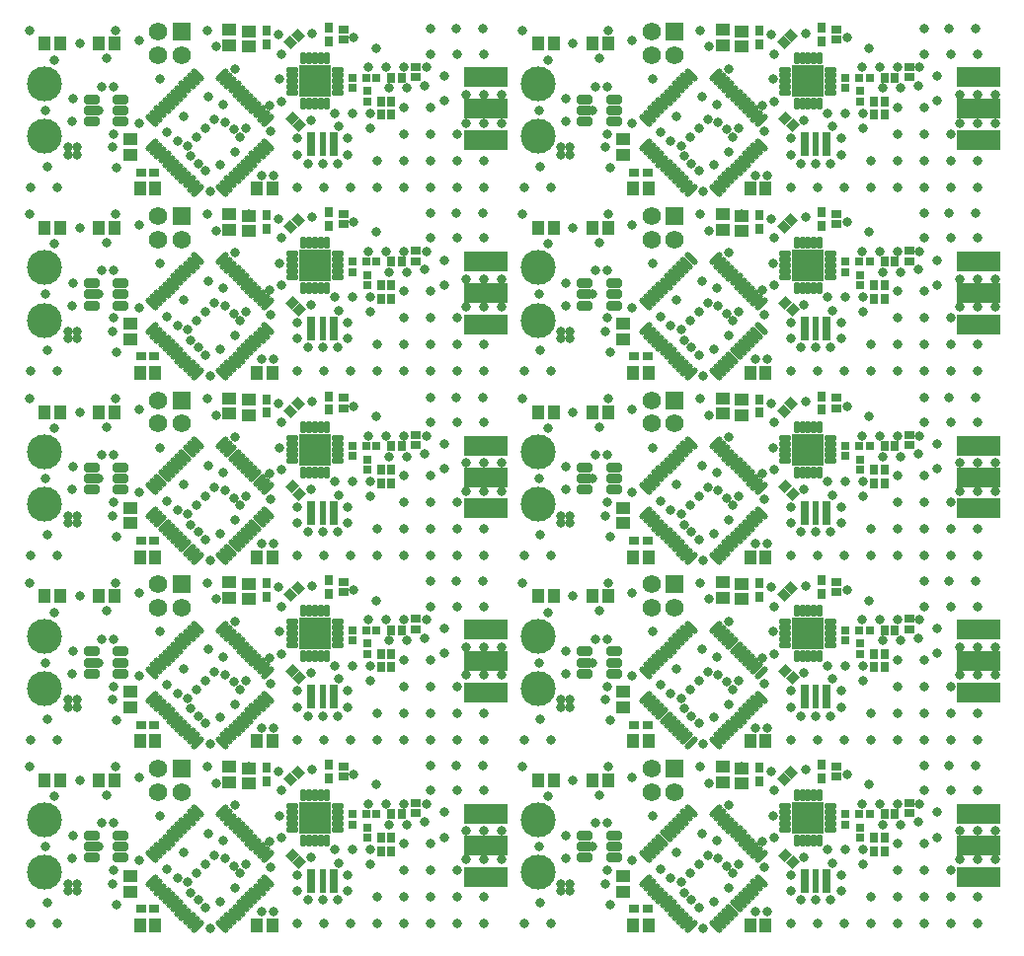
<source format=gts>
G04*
G04 #@! TF.GenerationSoftware,Altium Limited,Altium Designer,22.10.1 (41)*
G04*
G04 Layer_Color=8388736*
%FSTAX24Y24*%
%MOIN*%
G70*
G04*
G04 #@! TF.SameCoordinates,45835C21-10AE-4195-8F6B-2C948669ADBA*
G04*
G04*
G04 #@! TF.FilePolarity,Negative*
G04*
G01*
G75*
%ADD57R,0.1458X0.0671*%
G04:AMPARAMS|DCode=58|XSize=33.2mil|YSize=31.6mil|CornerRadius=0mil|HoleSize=0mil|Usage=FLASHONLY|Rotation=225.000|XOffset=0mil|YOffset=0mil|HoleType=Round|Shape=Rectangle|*
%AMROTATEDRECTD58*
4,1,4,0.0006,0.0229,0.0229,0.0006,-0.0006,-0.0229,-0.0229,-0.0006,0.0006,0.0229,0.0*
%
%ADD58ROTATEDRECTD58*%

G04:AMPARAMS|DCode=59|XSize=33.2mil|YSize=31.6mil|CornerRadius=0mil|HoleSize=0mil|Usage=FLASHONLY|Rotation=135.000|XOffset=0mil|YOffset=0mil|HoleType=Round|Shape=Rectangle|*
%AMROTATEDRECTD59*
4,1,4,0.0229,-0.0006,0.0006,-0.0229,-0.0229,0.0006,-0.0006,0.0229,0.0229,-0.0006,0.0*
%
%ADD59ROTATEDRECTD59*%

%ADD60R,0.0316X0.0332*%
%ADD61R,0.0332X0.0316*%
%ADD62R,0.0474X0.0434*%
%ADD63R,0.0434X0.0474*%
%ADD64R,0.0316X0.0277*%
%ADD65R,0.0277X0.0316*%
%ADD66R,0.0415X0.0454*%
%ADD67R,0.0375X0.0316*%
%ADD68R,0.0316X0.0375*%
%ADD69R,0.0454X0.0415*%
G04:AMPARAMS|DCode=70|XSize=55.6mil|YSize=31.2mil|CornerRadius=6.9mil|HoleSize=0mil|Usage=FLASHONLY|Rotation=0.000|XOffset=0mil|YOffset=0mil|HoleType=Round|Shape=RoundedRectangle|*
%AMROUNDEDRECTD70*
21,1,0.0556,0.0174,0,0,0.0*
21,1,0.0418,0.0312,0,0,0.0*
1,1,0.0138,0.0209,-0.0087*
1,1,0.0138,-0.0209,-0.0087*
1,1,0.0138,-0.0209,0.0087*
1,1,0.0138,0.0209,0.0087*
%
%ADD70ROUNDEDRECTD70*%
%ADD71R,0.0237X0.0828*%
%ADD72R,0.0316X0.0828*%
%ADD73R,0.1104X0.1104*%
G04:AMPARAMS|DCode=74|XSize=39.9mil|YSize=18.2mil|CornerRadius=5.3mil|HoleSize=0mil|Usage=FLASHONLY|Rotation=0.000|XOffset=0mil|YOffset=0mil|HoleType=Round|Shape=RoundedRectangle|*
%AMROUNDEDRECTD74*
21,1,0.0399,0.0077,0,0,0.0*
21,1,0.0293,0.0182,0,0,0.0*
1,1,0.0106,0.0147,-0.0038*
1,1,0.0106,-0.0147,-0.0038*
1,1,0.0106,-0.0147,0.0038*
1,1,0.0106,0.0147,0.0038*
%
%ADD74ROUNDEDRECTD74*%
G04:AMPARAMS|DCode=75|XSize=39.9mil|YSize=18.2mil|CornerRadius=5.3mil|HoleSize=0mil|Usage=FLASHONLY|Rotation=90.000|XOffset=0mil|YOffset=0mil|HoleType=Round|Shape=RoundedRectangle|*
%AMROUNDEDRECTD75*
21,1,0.0399,0.0077,0,0,90.0*
21,1,0.0293,0.0182,0,0,90.0*
1,1,0.0106,0.0038,0.0147*
1,1,0.0106,0.0038,-0.0147*
1,1,0.0106,-0.0038,-0.0147*
1,1,0.0106,-0.0038,0.0147*
%
%ADD75ROUNDEDRECTD75*%
G04:AMPARAMS|DCode=76|XSize=19.8mil|YSize=55.2mil|CornerRadius=0mil|HoleSize=0mil|Usage=FLASHONLY|Rotation=225.000|XOffset=0mil|YOffset=0mil|HoleType=Round|Shape=Round|*
%AMOVALD76*
21,1,0.0354,0.0198,0.0000,0.0000,315.0*
1,1,0.0198,-0.0125,0.0125*
1,1,0.0198,0.0125,-0.0125*
%
%ADD76OVALD76*%

G04:AMPARAMS|DCode=77|XSize=19.8mil|YSize=55.2mil|CornerRadius=0mil|HoleSize=0mil|Usage=FLASHONLY|Rotation=135.000|XOffset=0mil|YOffset=0mil|HoleType=Round|Shape=Round|*
%AMOVALD77*
21,1,0.0354,0.0198,0.0000,0.0000,225.0*
1,1,0.0198,0.0125,0.0125*
1,1,0.0198,-0.0125,-0.0125*
%
%ADD77OVALD77*%

%ADD78C,0.0615*%
%ADD79R,0.0615X0.0615*%
%ADD80C,0.1182*%
%ADD81C,0.0320*%
D57*
X033323Y016521D02*
D03*
Y017584D02*
D03*
Y015458D02*
D03*
X049976Y016521D02*
D03*
Y017584D02*
D03*
Y015458D02*
D03*
X033323Y022742D02*
D03*
Y023805D02*
D03*
Y021679D02*
D03*
X049976Y022742D02*
D03*
Y023805D02*
D03*
Y021679D02*
D03*
X033323Y028962D02*
D03*
Y030025D02*
D03*
Y027899D02*
D03*
X049976Y028962D02*
D03*
Y030025D02*
D03*
Y027899D02*
D03*
X033323Y035183D02*
D03*
Y036246D02*
D03*
Y03412D02*
D03*
X049976Y035183D02*
D03*
Y036246D02*
D03*
Y03412D02*
D03*
X033323Y041403D02*
D03*
Y042466D02*
D03*
Y04034D02*
D03*
X049976Y041403D02*
D03*
Y042466D02*
D03*
Y04034D02*
D03*
D58*
X027045Y015949D02*
D03*
X0268Y016194D02*
D03*
X043699Y015949D02*
D03*
X043454Y016194D02*
D03*
X027045Y022169D02*
D03*
X0268Y022414D02*
D03*
X043699Y022169D02*
D03*
X043454Y022414D02*
D03*
X027045Y02839D02*
D03*
X0268Y028635D02*
D03*
X043699Y02839D02*
D03*
X043454Y028635D02*
D03*
X027045Y03461D02*
D03*
X0268Y034855D02*
D03*
X043699Y03461D02*
D03*
X043454Y034855D02*
D03*
X027045Y040831D02*
D03*
X0268Y041076D02*
D03*
X043699Y040831D02*
D03*
X043454Y041076D02*
D03*
D59*
X02675Y018749D02*
D03*
X026995Y018994D02*
D03*
X043404Y018749D02*
D03*
X043649Y018994D02*
D03*
X02675Y024969D02*
D03*
X026995Y025214D02*
D03*
X043404Y024969D02*
D03*
X043649Y025214D02*
D03*
X02675Y03119D02*
D03*
X026995Y031435D02*
D03*
X043404Y03119D02*
D03*
X043649Y031435D02*
D03*
X02675Y03741D02*
D03*
X026995Y037655D02*
D03*
X043404Y03741D02*
D03*
X043649Y037655D02*
D03*
X02675Y043631D02*
D03*
X026995Y043876D02*
D03*
X043404Y043631D02*
D03*
X043649Y043876D02*
D03*
D60*
X0298Y016321D02*
D03*
X030146D02*
D03*
X0298Y016771D02*
D03*
X030146D02*
D03*
X030496Y017571D02*
D03*
X03015D02*
D03*
X046453Y016321D02*
D03*
X0468D02*
D03*
X046453Y016771D02*
D03*
X0468D02*
D03*
X04715Y017571D02*
D03*
X046803D02*
D03*
X0298Y022542D02*
D03*
X030146D02*
D03*
X0298Y022992D02*
D03*
X030146D02*
D03*
X030496Y023792D02*
D03*
X03015D02*
D03*
X046453Y022542D02*
D03*
X0468D02*
D03*
X046453Y022992D02*
D03*
X0468D02*
D03*
X04715Y023792D02*
D03*
X046803D02*
D03*
X0298Y028762D02*
D03*
X030146D02*
D03*
X0298Y029212D02*
D03*
X030146D02*
D03*
X030496Y030012D02*
D03*
X03015D02*
D03*
X046453Y028762D02*
D03*
X0468D02*
D03*
X046453Y029212D02*
D03*
X0468D02*
D03*
X04715Y030012D02*
D03*
X046803D02*
D03*
X0298Y034983D02*
D03*
X030146D02*
D03*
X0298Y035433D02*
D03*
X030146D02*
D03*
X030496Y036233D02*
D03*
X03015D02*
D03*
X046453Y034983D02*
D03*
X0468D02*
D03*
X046453Y035433D02*
D03*
X0468D02*
D03*
X04715Y036233D02*
D03*
X046803D02*
D03*
X0298Y041203D02*
D03*
X030146D02*
D03*
X0298Y041653D02*
D03*
X030146D02*
D03*
X030496Y042453D02*
D03*
X03015D02*
D03*
X046453Y041203D02*
D03*
X0468D02*
D03*
X046453Y041653D02*
D03*
X0468D02*
D03*
X04715Y042453D02*
D03*
X046803D02*
D03*
D61*
X030973Y017598D02*
D03*
Y017945D02*
D03*
X028523Y019195D02*
D03*
Y018848D02*
D03*
X047626Y017598D02*
D03*
Y017945D02*
D03*
X045176Y019195D02*
D03*
Y018848D02*
D03*
X030973Y023819D02*
D03*
Y024165D02*
D03*
X028523Y025415D02*
D03*
Y025069D02*
D03*
X047626Y023819D02*
D03*
Y024165D02*
D03*
X045176Y025415D02*
D03*
Y025069D02*
D03*
X030973Y030039D02*
D03*
Y030385D02*
D03*
X028523Y031635D02*
D03*
Y031289D02*
D03*
X047626Y030039D02*
D03*
Y030385D02*
D03*
X045176Y031635D02*
D03*
Y031289D02*
D03*
X030973Y03626D02*
D03*
Y036606D02*
D03*
X028523Y037856D02*
D03*
Y03751D02*
D03*
X047626Y03626D02*
D03*
Y036606D02*
D03*
X045176Y037856D02*
D03*
Y03751D02*
D03*
X030973Y04248D02*
D03*
Y042826D02*
D03*
X028523Y044076D02*
D03*
Y04373D02*
D03*
X047626Y04248D02*
D03*
Y042826D02*
D03*
X045176Y044076D02*
D03*
Y04373D02*
D03*
D62*
X021323Y014956D02*
D03*
Y015487D02*
D03*
X024673Y019187D02*
D03*
Y018656D02*
D03*
X037976Y014956D02*
D03*
Y015487D02*
D03*
X041326Y019187D02*
D03*
Y018656D02*
D03*
X021323Y021176D02*
D03*
Y021708D02*
D03*
X024673Y025408D02*
D03*
Y024876D02*
D03*
X037976Y021176D02*
D03*
Y021708D02*
D03*
X041326Y025408D02*
D03*
Y024876D02*
D03*
X021323Y027397D02*
D03*
Y027928D02*
D03*
X024673Y031628D02*
D03*
Y031097D02*
D03*
X037976Y027397D02*
D03*
Y027928D02*
D03*
X041326Y031628D02*
D03*
Y031097D02*
D03*
X021323Y033617D02*
D03*
Y034148D02*
D03*
X024673Y037848D02*
D03*
Y037317D02*
D03*
X037976Y033617D02*
D03*
Y034148D02*
D03*
X041326Y037848D02*
D03*
Y037317D02*
D03*
X021323Y039837D02*
D03*
Y040369D02*
D03*
X024673Y044069D02*
D03*
Y043537D02*
D03*
X037976Y039837D02*
D03*
Y040369D02*
D03*
X041326Y044069D02*
D03*
Y043537D02*
D03*
D63*
X022189Y013821D02*
D03*
X021657D02*
D03*
X020804Y018721D02*
D03*
X020273D02*
D03*
X018973D02*
D03*
X018441D02*
D03*
X038842Y013821D02*
D03*
X038311D02*
D03*
X037458Y018721D02*
D03*
X036926D02*
D03*
X035626D02*
D03*
X035095D02*
D03*
X022189Y020042D02*
D03*
X021657D02*
D03*
X020804Y024942D02*
D03*
X020273D02*
D03*
X018973D02*
D03*
X018441D02*
D03*
X038842Y020042D02*
D03*
X038311D02*
D03*
X037458Y024942D02*
D03*
X036926D02*
D03*
X035626D02*
D03*
X035095D02*
D03*
X022189Y026262D02*
D03*
X021657D02*
D03*
X020804Y031162D02*
D03*
X020273D02*
D03*
X018973D02*
D03*
X018441D02*
D03*
X038842Y026262D02*
D03*
X038311D02*
D03*
X037458Y031162D02*
D03*
X036926D02*
D03*
X035626D02*
D03*
X035095D02*
D03*
X022189Y032483D02*
D03*
X021657D02*
D03*
X020804Y037383D02*
D03*
X020273D02*
D03*
X018973D02*
D03*
X018441D02*
D03*
X038842Y032483D02*
D03*
X038311D02*
D03*
X037458Y037383D02*
D03*
X036926D02*
D03*
X035626D02*
D03*
X035095D02*
D03*
X022189Y038703D02*
D03*
X021657D02*
D03*
X020804Y043603D02*
D03*
X020273D02*
D03*
X018973D02*
D03*
X018441D02*
D03*
X038842Y038703D02*
D03*
X038311D02*
D03*
X037458Y043603D02*
D03*
X036926D02*
D03*
X035626D02*
D03*
X035095D02*
D03*
D64*
X029323Y017121D02*
D03*
Y016775D02*
D03*
X028823Y017225D02*
D03*
Y017571D02*
D03*
X045976Y017121D02*
D03*
Y016775D02*
D03*
X045476Y017225D02*
D03*
Y017571D02*
D03*
X029323Y023342D02*
D03*
Y022995D02*
D03*
X028823Y023445D02*
D03*
Y023792D02*
D03*
X045976Y023342D02*
D03*
Y022995D02*
D03*
X045476Y023445D02*
D03*
Y023792D02*
D03*
X029323Y029562D02*
D03*
Y029216D02*
D03*
X028823Y029666D02*
D03*
Y030012D02*
D03*
X045976Y029562D02*
D03*
Y029216D02*
D03*
X045476Y029666D02*
D03*
Y030012D02*
D03*
X029323Y035783D02*
D03*
Y035436D02*
D03*
X028823Y035886D02*
D03*
Y036233D02*
D03*
X045976Y035783D02*
D03*
Y035436D02*
D03*
X045476Y035886D02*
D03*
Y036233D02*
D03*
X029323Y042003D02*
D03*
Y041657D02*
D03*
X028823Y042107D02*
D03*
Y042453D02*
D03*
X045976Y042003D02*
D03*
Y041657D02*
D03*
X045476Y042107D02*
D03*
Y042453D02*
D03*
D65*
X029646Y017571D02*
D03*
X0293D02*
D03*
X0463D02*
D03*
X045953D02*
D03*
X029646Y023792D02*
D03*
X0293D02*
D03*
X0463D02*
D03*
X045953D02*
D03*
X029646Y030012D02*
D03*
X0293D02*
D03*
X0463D02*
D03*
X045953D02*
D03*
X029646Y036233D02*
D03*
X0293D02*
D03*
X0463D02*
D03*
X045953D02*
D03*
X029646Y042453D02*
D03*
X0293D02*
D03*
X0463D02*
D03*
X045953D02*
D03*
D66*
X026129Y013821D02*
D03*
X025617D02*
D03*
X042782D02*
D03*
X042271D02*
D03*
X026129Y020042D02*
D03*
X025617D02*
D03*
X042782D02*
D03*
X042271D02*
D03*
X026129Y026262D02*
D03*
X025617D02*
D03*
X042782D02*
D03*
X042271D02*
D03*
X026129Y032483D02*
D03*
X025617D02*
D03*
X042782D02*
D03*
X042271D02*
D03*
X026129Y038703D02*
D03*
X025617D02*
D03*
X042782D02*
D03*
X042271D02*
D03*
D67*
X022149Y014371D02*
D03*
X021697D02*
D03*
X038803D02*
D03*
X03835D02*
D03*
X022149Y020592D02*
D03*
X021697D02*
D03*
X038803D02*
D03*
X03835D02*
D03*
X022149Y026812D02*
D03*
X021697D02*
D03*
X038803D02*
D03*
X03835D02*
D03*
X022149Y033033D02*
D03*
X021697D02*
D03*
X038803D02*
D03*
X03835D02*
D03*
X022149Y039253D02*
D03*
X021697D02*
D03*
X038803D02*
D03*
X03835D02*
D03*
D68*
X028023Y018795D02*
D03*
Y019248D02*
D03*
X025923Y019148D02*
D03*
Y018695D02*
D03*
X044676Y018795D02*
D03*
Y019248D02*
D03*
X042576Y019148D02*
D03*
Y018695D02*
D03*
X028023Y025015D02*
D03*
Y025468D02*
D03*
X025923Y025368D02*
D03*
Y024915D02*
D03*
X044676Y025015D02*
D03*
Y025468D02*
D03*
X042576Y025368D02*
D03*
Y024915D02*
D03*
X028023Y031236D02*
D03*
Y031689D02*
D03*
X025923Y031589D02*
D03*
Y031136D02*
D03*
X044676Y031236D02*
D03*
Y031689D02*
D03*
X042576Y031589D02*
D03*
Y031136D02*
D03*
X028023Y037456D02*
D03*
Y037909D02*
D03*
X025923Y037809D02*
D03*
Y037356D02*
D03*
X044676Y037456D02*
D03*
Y037909D02*
D03*
X042576Y037809D02*
D03*
Y037356D02*
D03*
X028023Y043677D02*
D03*
Y04413D02*
D03*
X025923Y04403D02*
D03*
Y043577D02*
D03*
X044676Y043677D02*
D03*
Y04413D02*
D03*
X042576Y04403D02*
D03*
Y043577D02*
D03*
D69*
X025323Y019127D02*
D03*
Y018615D02*
D03*
X041976Y019127D02*
D03*
Y018615D02*
D03*
X025323Y025348D02*
D03*
Y024836D02*
D03*
X041976Y025348D02*
D03*
Y024836D02*
D03*
X025323Y031568D02*
D03*
Y031056D02*
D03*
X041976Y031568D02*
D03*
Y031056D02*
D03*
X025323Y037789D02*
D03*
Y037277D02*
D03*
X041976Y037789D02*
D03*
Y037277D02*
D03*
X025323Y044009D02*
D03*
Y043497D02*
D03*
X041976Y044009D02*
D03*
Y043497D02*
D03*
D70*
X020029Y016845D02*
D03*
Y016471D02*
D03*
Y016097D02*
D03*
X021017D02*
D03*
X021017Y016471D02*
D03*
X021017Y016845D02*
D03*
X036682D02*
D03*
Y016471D02*
D03*
Y016097D02*
D03*
X037671D02*
D03*
X037671Y016471D02*
D03*
X037671Y016845D02*
D03*
X020029Y023066D02*
D03*
Y022692D02*
D03*
Y022318D02*
D03*
X021017D02*
D03*
X021017Y022692D02*
D03*
X021017Y023066D02*
D03*
X036682D02*
D03*
Y022692D02*
D03*
Y022318D02*
D03*
X037671D02*
D03*
X037671Y022692D02*
D03*
X037671Y023066D02*
D03*
X020029Y029286D02*
D03*
Y028912D02*
D03*
Y028538D02*
D03*
X021017D02*
D03*
X021017Y028912D02*
D03*
X021017Y029286D02*
D03*
X036682D02*
D03*
Y028912D02*
D03*
Y028538D02*
D03*
X037671D02*
D03*
X037671Y028912D02*
D03*
X037671Y029286D02*
D03*
X020029Y035507D02*
D03*
Y035133D02*
D03*
Y034759D02*
D03*
X021017D02*
D03*
X021017Y035133D02*
D03*
X021017Y035507D02*
D03*
X036682D02*
D03*
Y035133D02*
D03*
Y034759D02*
D03*
X037671D02*
D03*
X037671Y035133D02*
D03*
X037671Y035507D02*
D03*
X020029Y041727D02*
D03*
Y041353D02*
D03*
Y040979D02*
D03*
X021017D02*
D03*
X021017Y041353D02*
D03*
X021017Y041727D02*
D03*
X036682D02*
D03*
Y041353D02*
D03*
Y040979D02*
D03*
X037671D02*
D03*
X037671Y041353D02*
D03*
X037671Y041727D02*
D03*
D71*
X027823Y015321D02*
D03*
X044476D02*
D03*
X027823Y021542D02*
D03*
X044476D02*
D03*
X027823Y027762D02*
D03*
X044476D02*
D03*
X027823Y033983D02*
D03*
X044476D02*
D03*
X027823Y040203D02*
D03*
X044476D02*
D03*
D72*
X028197Y015321D02*
D03*
X027449D02*
D03*
X04485D02*
D03*
X044102D02*
D03*
X028197Y021542D02*
D03*
X027449D02*
D03*
X04485D02*
D03*
X044102D02*
D03*
X028197Y027762D02*
D03*
X027449D02*
D03*
X04485D02*
D03*
X044102D02*
D03*
X028197Y033983D02*
D03*
X027449D02*
D03*
X04485D02*
D03*
X044102D02*
D03*
X028197Y040203D02*
D03*
X027449D02*
D03*
X04485D02*
D03*
X044102D02*
D03*
D73*
X027567Y017454D02*
D03*
X04422D02*
D03*
X027567Y023674D02*
D03*
X04422D02*
D03*
X027567Y029895D02*
D03*
X04422D02*
D03*
X027567Y036115D02*
D03*
X04422D02*
D03*
X027567Y042335D02*
D03*
X04422D02*
D03*
D74*
X028334Y017847D02*
D03*
Y01765D02*
D03*
Y017454D02*
D03*
Y017257D02*
D03*
Y01706D02*
D03*
X026799D02*
D03*
Y017257D02*
D03*
Y017454D02*
D03*
Y01765D02*
D03*
Y017847D02*
D03*
X044988D02*
D03*
Y01765D02*
D03*
Y017454D02*
D03*
Y017257D02*
D03*
Y01706D02*
D03*
X043452D02*
D03*
Y017257D02*
D03*
Y017454D02*
D03*
Y01765D02*
D03*
Y017847D02*
D03*
X028334Y024068D02*
D03*
Y023871D02*
D03*
Y023674D02*
D03*
Y023477D02*
D03*
Y02328D02*
D03*
X026799D02*
D03*
Y023477D02*
D03*
Y023674D02*
D03*
Y023871D02*
D03*
Y024068D02*
D03*
X044988D02*
D03*
Y023871D02*
D03*
Y023674D02*
D03*
Y023477D02*
D03*
Y02328D02*
D03*
X043452D02*
D03*
Y023477D02*
D03*
Y023674D02*
D03*
Y023871D02*
D03*
Y024068D02*
D03*
X028334Y030288D02*
D03*
Y030091D02*
D03*
Y029895D02*
D03*
Y029698D02*
D03*
Y029501D02*
D03*
X026799D02*
D03*
Y029698D02*
D03*
Y029895D02*
D03*
Y030091D02*
D03*
Y030288D02*
D03*
X044988D02*
D03*
Y030091D02*
D03*
Y029895D02*
D03*
Y029698D02*
D03*
Y029501D02*
D03*
X043452D02*
D03*
Y029698D02*
D03*
Y029895D02*
D03*
Y030091D02*
D03*
Y030288D02*
D03*
X028334Y036509D02*
D03*
Y036312D02*
D03*
Y036115D02*
D03*
Y035918D02*
D03*
Y035721D02*
D03*
X026799D02*
D03*
Y035918D02*
D03*
Y036115D02*
D03*
Y036312D02*
D03*
Y036509D02*
D03*
X044988D02*
D03*
Y036312D02*
D03*
Y036115D02*
D03*
Y035918D02*
D03*
Y035721D02*
D03*
X043452D02*
D03*
Y035918D02*
D03*
Y036115D02*
D03*
Y036312D02*
D03*
Y036509D02*
D03*
X028334Y042729D02*
D03*
Y042532D02*
D03*
Y042335D02*
D03*
Y042139D02*
D03*
Y041942D02*
D03*
X026799D02*
D03*
Y042139D02*
D03*
Y042335D02*
D03*
Y042532D02*
D03*
Y042729D02*
D03*
X044988D02*
D03*
Y042532D02*
D03*
Y042335D02*
D03*
Y042139D02*
D03*
Y041942D02*
D03*
X043452D02*
D03*
Y042139D02*
D03*
Y042335D02*
D03*
Y042532D02*
D03*
Y042729D02*
D03*
D75*
X027173Y018221D02*
D03*
X02737D02*
D03*
X027567D02*
D03*
X027763D02*
D03*
X02796D02*
D03*
Y016686D02*
D03*
X027763D02*
D03*
X027567D02*
D03*
X02737D02*
D03*
X027173D02*
D03*
X043826Y018221D02*
D03*
X044023D02*
D03*
X04422D02*
D03*
X044417D02*
D03*
X044614D02*
D03*
Y016686D02*
D03*
X044417D02*
D03*
X04422D02*
D03*
X044023D02*
D03*
X043826D02*
D03*
X027173Y024442D02*
D03*
X02737D02*
D03*
X027567D02*
D03*
X027763D02*
D03*
X02796D02*
D03*
Y022906D02*
D03*
X027763D02*
D03*
X027567D02*
D03*
X02737D02*
D03*
X027173D02*
D03*
X043826Y024442D02*
D03*
X044023D02*
D03*
X04422D02*
D03*
X044417D02*
D03*
X044614D02*
D03*
Y022906D02*
D03*
X044417D02*
D03*
X04422D02*
D03*
X044023D02*
D03*
X043826D02*
D03*
X027173Y030662D02*
D03*
X02737D02*
D03*
X027567D02*
D03*
X027763D02*
D03*
X02796D02*
D03*
Y029127D02*
D03*
X027763D02*
D03*
X027567D02*
D03*
X02737D02*
D03*
X027173D02*
D03*
X043826Y030662D02*
D03*
X044023D02*
D03*
X04422D02*
D03*
X044417D02*
D03*
X044614D02*
D03*
Y029127D02*
D03*
X044417D02*
D03*
X04422D02*
D03*
X044023D02*
D03*
X043826D02*
D03*
X027173Y036883D02*
D03*
X02737D02*
D03*
X027567D02*
D03*
X027763D02*
D03*
X02796D02*
D03*
Y035347D02*
D03*
X027763D02*
D03*
X027567D02*
D03*
X02737D02*
D03*
X027173D02*
D03*
X043826Y036883D02*
D03*
X044023D02*
D03*
X04422D02*
D03*
X044417D02*
D03*
X044614D02*
D03*
Y035347D02*
D03*
X044417D02*
D03*
X04422D02*
D03*
X044023D02*
D03*
X043826D02*
D03*
X027173Y043103D02*
D03*
X02737D02*
D03*
X027567D02*
D03*
X027763D02*
D03*
X02796D02*
D03*
Y041568D02*
D03*
X027763D02*
D03*
X027567D02*
D03*
X02737D02*
D03*
X027173D02*
D03*
X043826Y043103D02*
D03*
X044023D02*
D03*
X04422D02*
D03*
X044417D02*
D03*
X044614D02*
D03*
Y041568D02*
D03*
X044417D02*
D03*
X04422D02*
D03*
X044023D02*
D03*
X043826D02*
D03*
D76*
X02444Y013773D02*
D03*
X02458Y013912D02*
D03*
X024719Y014051D02*
D03*
X024858Y01419D02*
D03*
X024997Y014329D02*
D03*
X025136Y014469D02*
D03*
X025276Y014608D02*
D03*
X025415Y014747D02*
D03*
X025554Y014886D02*
D03*
X025693Y015025D02*
D03*
X025832Y015165D02*
D03*
X025972Y015304D02*
D03*
X023605Y01767D02*
D03*
X023466Y017531D02*
D03*
X023327Y017392D02*
D03*
X023188Y017252D02*
D03*
X023049Y017113D02*
D03*
X022909Y016974D02*
D03*
X02277Y016835D02*
D03*
X022631Y016696D02*
D03*
X022492Y016556D02*
D03*
X022353Y016417D02*
D03*
X022213Y016278D02*
D03*
X022074Y016139D02*
D03*
X041094Y013773D02*
D03*
X041233Y013912D02*
D03*
X041372Y014051D02*
D03*
X041512Y01419D02*
D03*
X041651Y014329D02*
D03*
X04179Y014469D02*
D03*
X041929Y014608D02*
D03*
X042068Y014747D02*
D03*
X042208Y014886D02*
D03*
X042347Y015025D02*
D03*
X042486Y015165D02*
D03*
X042625Y015304D02*
D03*
X040259Y01767D02*
D03*
X04012Y017531D02*
D03*
X03998Y017392D02*
D03*
X039841Y017252D02*
D03*
X039702Y017113D02*
D03*
X039563Y016974D02*
D03*
X039424Y016835D02*
D03*
X039285Y016696D02*
D03*
X039145Y016556D02*
D03*
X039006Y016417D02*
D03*
X038867Y016278D02*
D03*
X038728Y016139D02*
D03*
X02444Y019993D02*
D03*
X02458Y020132D02*
D03*
X024719Y020271D02*
D03*
X024858Y020411D02*
D03*
X024997Y02055D02*
D03*
X025136Y020689D02*
D03*
X025276Y020828D02*
D03*
X025415Y020967D02*
D03*
X025554Y021107D02*
D03*
X025693Y021246D02*
D03*
X025832Y021385D02*
D03*
X025972Y021524D02*
D03*
X023605Y023891D02*
D03*
X023466Y023751D02*
D03*
X023327Y023612D02*
D03*
X023188Y023473D02*
D03*
X023049Y023334D02*
D03*
X022909Y023195D02*
D03*
X02277Y023055D02*
D03*
X022631Y022916D02*
D03*
X022492Y022777D02*
D03*
X022353Y022638D02*
D03*
X022213Y022499D02*
D03*
X022074Y022359D02*
D03*
X041094Y019993D02*
D03*
X041233Y020132D02*
D03*
X041372Y020271D02*
D03*
X041512Y020411D02*
D03*
X041651Y02055D02*
D03*
X04179Y020689D02*
D03*
X041929Y020828D02*
D03*
X042068Y020967D02*
D03*
X042208Y021107D02*
D03*
X042347Y021246D02*
D03*
X042486Y021385D02*
D03*
X042625Y021524D02*
D03*
X040259Y023891D02*
D03*
X04012Y023751D02*
D03*
X03998Y023612D02*
D03*
X039841Y023473D02*
D03*
X039702Y023334D02*
D03*
X039563Y023195D02*
D03*
X039424Y023055D02*
D03*
X039285Y022916D02*
D03*
X039145Y022777D02*
D03*
X039006Y022638D02*
D03*
X038867Y022499D02*
D03*
X038728Y022359D02*
D03*
X02444Y026214D02*
D03*
X02458Y026353D02*
D03*
X024719Y026492D02*
D03*
X024858Y026631D02*
D03*
X024997Y02677D02*
D03*
X025136Y02691D02*
D03*
X025276Y027049D02*
D03*
X025415Y027188D02*
D03*
X025554Y027327D02*
D03*
X025693Y027466D02*
D03*
X025832Y027605D02*
D03*
X025972Y027745D02*
D03*
X023605Y030111D02*
D03*
X023466Y029972D02*
D03*
X023327Y029833D02*
D03*
X023188Y029693D02*
D03*
X023049Y029554D02*
D03*
X022909Y029415D02*
D03*
X02277Y029276D02*
D03*
X022631Y029137D02*
D03*
X022492Y028997D02*
D03*
X022353Y028858D02*
D03*
X022213Y028719D02*
D03*
X022074Y02858D02*
D03*
X041094Y026214D02*
D03*
X041233Y026353D02*
D03*
X041372Y026492D02*
D03*
X041512Y026631D02*
D03*
X041651Y02677D02*
D03*
X04179Y02691D02*
D03*
X041929Y027049D02*
D03*
X042068Y027188D02*
D03*
X042208Y027327D02*
D03*
X042347Y027466D02*
D03*
X042486Y027605D02*
D03*
X042625Y027745D02*
D03*
X040259Y030111D02*
D03*
X04012Y029972D02*
D03*
X03998Y029833D02*
D03*
X039841Y029693D02*
D03*
X039702Y029554D02*
D03*
X039563Y029415D02*
D03*
X039424Y029276D02*
D03*
X039285Y029137D02*
D03*
X039145Y028997D02*
D03*
X039006Y028858D02*
D03*
X038867Y028719D02*
D03*
X038728Y02858D02*
D03*
X02444Y032434D02*
D03*
X02458Y032573D02*
D03*
X024719Y032712D02*
D03*
X024858Y032852D02*
D03*
X024997Y032991D02*
D03*
X025136Y03313D02*
D03*
X025276Y033269D02*
D03*
X025415Y033408D02*
D03*
X025554Y033548D02*
D03*
X025693Y033687D02*
D03*
X025832Y033826D02*
D03*
X025972Y033965D02*
D03*
X023605Y036331D02*
D03*
X023466Y036192D02*
D03*
X023327Y036053D02*
D03*
X023188Y035914D02*
D03*
X023049Y035775D02*
D03*
X022909Y035635D02*
D03*
X02277Y035496D02*
D03*
X022631Y035357D02*
D03*
X022492Y035218D02*
D03*
X022353Y035079D02*
D03*
X022213Y03494D02*
D03*
X022074Y0348D02*
D03*
X041094Y032434D02*
D03*
X041233Y032573D02*
D03*
X041372Y032712D02*
D03*
X041512Y032852D02*
D03*
X041651Y032991D02*
D03*
X04179Y03313D02*
D03*
X041929Y033269D02*
D03*
X042068Y033408D02*
D03*
X042208Y033548D02*
D03*
X042347Y033687D02*
D03*
X042486Y033826D02*
D03*
X042625Y033965D02*
D03*
X040259Y036331D02*
D03*
X04012Y036192D02*
D03*
X03998Y036053D02*
D03*
X039841Y035914D02*
D03*
X039702Y035775D02*
D03*
X039563Y035635D02*
D03*
X039424Y035496D02*
D03*
X039285Y035357D02*
D03*
X039145Y035218D02*
D03*
X039006Y035079D02*
D03*
X038867Y03494D02*
D03*
X038728Y0348D02*
D03*
X02444Y038654D02*
D03*
X02458Y038794D02*
D03*
X024719Y038933D02*
D03*
X024858Y039072D02*
D03*
X024997Y039211D02*
D03*
X025136Y03935D02*
D03*
X025276Y03949D02*
D03*
X025415Y039629D02*
D03*
X025554Y039768D02*
D03*
X025693Y039907D02*
D03*
X025832Y040046D02*
D03*
X025972Y040186D02*
D03*
X023605Y042552D02*
D03*
X023466Y042413D02*
D03*
X023327Y042274D02*
D03*
X023188Y042134D02*
D03*
X023049Y041995D02*
D03*
X022909Y041856D02*
D03*
X02277Y041717D02*
D03*
X022631Y041578D02*
D03*
X022492Y041438D02*
D03*
X022353Y041299D02*
D03*
X022213Y04116D02*
D03*
X022074Y041021D02*
D03*
X041094Y038654D02*
D03*
X041233Y038794D02*
D03*
X041372Y038933D02*
D03*
X041512Y039072D02*
D03*
X041651Y039211D02*
D03*
X04179Y03935D02*
D03*
X041929Y03949D02*
D03*
X042068Y039629D02*
D03*
X042208Y039768D02*
D03*
X042347Y039907D02*
D03*
X042486Y040046D02*
D03*
X042625Y040186D02*
D03*
X040259Y042552D02*
D03*
X04012Y042413D02*
D03*
X03998Y042274D02*
D03*
X039841Y042134D02*
D03*
X039702Y041995D02*
D03*
X039563Y041856D02*
D03*
X039424Y041717D02*
D03*
X039285Y041578D02*
D03*
X039145Y041438D02*
D03*
X039006Y041299D02*
D03*
X038867Y04116D02*
D03*
X038728Y041021D02*
D03*
D77*
X025972Y016139D02*
D03*
X025832Y016278D02*
D03*
X025693Y016417D02*
D03*
X025554Y016556D02*
D03*
X025415Y016696D02*
D03*
X025276Y016835D02*
D03*
X025136Y016974D02*
D03*
X024997Y017113D02*
D03*
X024858Y017252D02*
D03*
X024719Y017392D02*
D03*
X02458Y017531D02*
D03*
X02444Y01767D02*
D03*
X022074Y015304D02*
D03*
X022213Y015165D02*
D03*
X022353Y015025D02*
D03*
X022492Y014886D02*
D03*
X022631Y014747D02*
D03*
X02277Y014608D02*
D03*
X022909Y014469D02*
D03*
X023049Y014329D02*
D03*
X023188Y01419D02*
D03*
X023327Y014051D02*
D03*
X023466Y013912D02*
D03*
X023605Y013773D02*
D03*
X042625Y016139D02*
D03*
X042486Y016278D02*
D03*
X042347Y016417D02*
D03*
X042208Y016556D02*
D03*
X042068Y016696D02*
D03*
X041929Y016835D02*
D03*
X04179Y016974D02*
D03*
X041651Y017113D02*
D03*
X041512Y017252D02*
D03*
X041372Y017392D02*
D03*
X041233Y017531D02*
D03*
X041094Y01767D02*
D03*
X038728Y015304D02*
D03*
X038867Y015165D02*
D03*
X039006Y015025D02*
D03*
X039145Y014886D02*
D03*
X039285Y014747D02*
D03*
X039424Y014608D02*
D03*
X039563Y014469D02*
D03*
X039702Y014329D02*
D03*
X039841Y01419D02*
D03*
X03998Y014051D02*
D03*
X04012Y013912D02*
D03*
X040259Y013773D02*
D03*
X025972Y022359D02*
D03*
X025832Y022499D02*
D03*
X025693Y022638D02*
D03*
X025554Y022777D02*
D03*
X025415Y022916D02*
D03*
X025276Y023055D02*
D03*
X025136Y023195D02*
D03*
X024997Y023334D02*
D03*
X024858Y023473D02*
D03*
X024719Y023612D02*
D03*
X02458Y023751D02*
D03*
X02444Y023891D02*
D03*
X022074Y021524D02*
D03*
X022213Y021385D02*
D03*
X022353Y021246D02*
D03*
X022492Y021107D02*
D03*
X022631Y020967D02*
D03*
X02277Y020828D02*
D03*
X022909Y020689D02*
D03*
X023049Y02055D02*
D03*
X023188Y020411D02*
D03*
X023327Y020271D02*
D03*
X023466Y020132D02*
D03*
X023605Y019993D02*
D03*
X042625Y022359D02*
D03*
X042486Y022499D02*
D03*
X042347Y022638D02*
D03*
X042208Y022777D02*
D03*
X042068Y022916D02*
D03*
X041929Y023055D02*
D03*
X04179Y023195D02*
D03*
X041651Y023334D02*
D03*
X041512Y023473D02*
D03*
X041372Y023612D02*
D03*
X041233Y023751D02*
D03*
X041094Y023891D02*
D03*
X038728Y021524D02*
D03*
X038867Y021385D02*
D03*
X039006Y021246D02*
D03*
X039145Y021107D02*
D03*
X039285Y020967D02*
D03*
X039424Y020828D02*
D03*
X039563Y020689D02*
D03*
X039702Y02055D02*
D03*
X039841Y020411D02*
D03*
X03998Y020271D02*
D03*
X04012Y020132D02*
D03*
X040259Y019993D02*
D03*
X025972Y02858D02*
D03*
X025832Y028719D02*
D03*
X025693Y028858D02*
D03*
X025554Y028997D02*
D03*
X025415Y029137D02*
D03*
X025276Y029276D02*
D03*
X025136Y029415D02*
D03*
X024997Y029554D02*
D03*
X024858Y029693D02*
D03*
X024719Y029833D02*
D03*
X02458Y029972D02*
D03*
X02444Y030111D02*
D03*
X022074Y027745D02*
D03*
X022213Y027605D02*
D03*
X022353Y027466D02*
D03*
X022492Y027327D02*
D03*
X022631Y027188D02*
D03*
X02277Y027049D02*
D03*
X022909Y02691D02*
D03*
X023049Y02677D02*
D03*
X023188Y026631D02*
D03*
X023327Y026492D02*
D03*
X023466Y026353D02*
D03*
X023605Y026214D02*
D03*
X042625Y02858D02*
D03*
X042486Y028719D02*
D03*
X042347Y028858D02*
D03*
X042208Y028997D02*
D03*
X042068Y029137D02*
D03*
X041929Y029276D02*
D03*
X04179Y029415D02*
D03*
X041651Y029554D02*
D03*
X041512Y029693D02*
D03*
X041372Y029833D02*
D03*
X041233Y029972D02*
D03*
X041094Y030111D02*
D03*
X038728Y027745D02*
D03*
X038867Y027605D02*
D03*
X039006Y027466D02*
D03*
X039145Y027327D02*
D03*
X039285Y027188D02*
D03*
X039424Y027049D02*
D03*
X039563Y02691D02*
D03*
X039702Y02677D02*
D03*
X039841Y026631D02*
D03*
X03998Y026492D02*
D03*
X04012Y026353D02*
D03*
X040259Y026214D02*
D03*
X025972Y0348D02*
D03*
X025832Y03494D02*
D03*
X025693Y035079D02*
D03*
X025554Y035218D02*
D03*
X025415Y035357D02*
D03*
X025276Y035496D02*
D03*
X025136Y035635D02*
D03*
X024997Y035775D02*
D03*
X024858Y035914D02*
D03*
X024719Y036053D02*
D03*
X02458Y036192D02*
D03*
X02444Y036331D02*
D03*
X022074Y033965D02*
D03*
X022213Y033826D02*
D03*
X022353Y033687D02*
D03*
X022492Y033548D02*
D03*
X022631Y033408D02*
D03*
X02277Y033269D02*
D03*
X022909Y03313D02*
D03*
X023049Y032991D02*
D03*
X023188Y032852D02*
D03*
X023327Y032712D02*
D03*
X023466Y032573D02*
D03*
X023605Y032434D02*
D03*
X042625Y0348D02*
D03*
X042486Y03494D02*
D03*
X042347Y035079D02*
D03*
X042208Y035218D02*
D03*
X042068Y035357D02*
D03*
X041929Y035496D02*
D03*
X04179Y035635D02*
D03*
X041651Y035775D02*
D03*
X041512Y035914D02*
D03*
X041372Y036053D02*
D03*
X041233Y036192D02*
D03*
X041094Y036331D02*
D03*
X038728Y033965D02*
D03*
X038867Y033826D02*
D03*
X039006Y033687D02*
D03*
X039145Y033548D02*
D03*
X039285Y033408D02*
D03*
X039424Y033269D02*
D03*
X039563Y03313D02*
D03*
X039702Y032991D02*
D03*
X039841Y032852D02*
D03*
X03998Y032712D02*
D03*
X04012Y032573D02*
D03*
X040259Y032434D02*
D03*
X025972Y041021D02*
D03*
X025832Y04116D02*
D03*
X025693Y041299D02*
D03*
X025554Y041438D02*
D03*
X025415Y041578D02*
D03*
X025276Y041717D02*
D03*
X025136Y041856D02*
D03*
X024997Y041995D02*
D03*
X024858Y042134D02*
D03*
X024719Y042274D02*
D03*
X02458Y042413D02*
D03*
X02444Y042552D02*
D03*
X022074Y040186D02*
D03*
X022213Y040046D02*
D03*
X022353Y039907D02*
D03*
X022492Y039768D02*
D03*
X022631Y039629D02*
D03*
X02277Y03949D02*
D03*
X022909Y03935D02*
D03*
X023049Y039211D02*
D03*
X023188Y039072D02*
D03*
X023327Y038933D02*
D03*
X023466Y038794D02*
D03*
X023605Y038654D02*
D03*
X042625Y041021D02*
D03*
X042486Y04116D02*
D03*
X042347Y041299D02*
D03*
X042208Y041438D02*
D03*
X042068Y041578D02*
D03*
X041929Y041717D02*
D03*
X04179Y041856D02*
D03*
X041651Y041995D02*
D03*
X041512Y042134D02*
D03*
X041372Y042274D02*
D03*
X041233Y042413D02*
D03*
X041094Y042552D02*
D03*
X038728Y040186D02*
D03*
X038867Y040046D02*
D03*
X039006Y039907D02*
D03*
X039145Y039768D02*
D03*
X039285Y039629D02*
D03*
X039424Y03949D02*
D03*
X039563Y03935D02*
D03*
X039702Y039211D02*
D03*
X039841Y039072D02*
D03*
X03998Y038933D02*
D03*
X04012Y038794D02*
D03*
X040259Y038654D02*
D03*
D78*
X022279Y018328D02*
D03*
Y019115D02*
D03*
X023067Y018328D02*
D03*
X038933D02*
D03*
Y019115D02*
D03*
X03972Y018328D02*
D03*
X022279Y024548D02*
D03*
Y025336D02*
D03*
X023067Y024548D02*
D03*
X038933D02*
D03*
Y025336D02*
D03*
X03972Y024548D02*
D03*
X022279Y030769D02*
D03*
Y031556D02*
D03*
X023067Y030769D02*
D03*
X038933D02*
D03*
Y031556D02*
D03*
X03972Y030769D02*
D03*
X022279Y036989D02*
D03*
Y037776D02*
D03*
X023067Y036989D02*
D03*
X038933D02*
D03*
Y037776D02*
D03*
X03972Y036989D02*
D03*
X022279Y04321D02*
D03*
Y043997D02*
D03*
X023067Y04321D02*
D03*
X038933D02*
D03*
Y043997D02*
D03*
X03972Y04321D02*
D03*
D79*
X023067Y019115D02*
D03*
X03972D02*
D03*
X023067Y025336D02*
D03*
X03972D02*
D03*
X023067Y031556D02*
D03*
X03972D02*
D03*
X023067Y037776D02*
D03*
X03972D02*
D03*
X023067Y043997D02*
D03*
X03972D02*
D03*
D80*
X018444Y017371D02*
D03*
X018444Y0156D02*
D03*
X035097Y017371D02*
D03*
X035097Y0156D02*
D03*
X018444Y023592D02*
D03*
X018444Y02182D02*
D03*
X035097Y023592D02*
D03*
X035097Y02182D02*
D03*
X018444Y029812D02*
D03*
X018444Y028041D02*
D03*
X035097Y029812D02*
D03*
X035097Y028041D02*
D03*
X018444Y036033D02*
D03*
X018444Y034261D02*
D03*
X035097Y036033D02*
D03*
X035097Y034261D02*
D03*
X018444Y042253D02*
D03*
X018444Y040482D02*
D03*
X035097Y042253D02*
D03*
X035097Y040482D02*
D03*
D81*
X024873Y017871D02*
D03*
X018773Y018171D02*
D03*
X017923Y019171D02*
D03*
X018473Y016471D02*
D03*
X020273D02*
D03*
X031473Y015671D02*
D03*
X033273Y018371D02*
D03*
Y014771D02*
D03*
Y013871D02*
D03*
X032373Y018371D02*
D03*
Y015671D02*
D03*
Y014771D02*
D03*
Y013871D02*
D03*
X031473Y018371D02*
D03*
Y016571D02*
D03*
Y014771D02*
D03*
Y013871D02*
D03*
X030573Y016571D02*
D03*
Y015671D02*
D03*
Y014771D02*
D03*
Y013871D02*
D03*
X029673Y014771D02*
D03*
Y013871D02*
D03*
X028773D02*
D03*
X027873D02*
D03*
X026973D02*
D03*
X018873D02*
D03*
X017973D02*
D03*
X028373Y015921D02*
D03*
X028673Y015521D02*
D03*
Y014971D02*
D03*
X026973Y015521D02*
D03*
Y014971D02*
D03*
X027323Y014671D02*
D03*
X031473Y019221D02*
D03*
X032323D02*
D03*
X033223D02*
D03*
X029973Y017921D02*
D03*
X031279Y017304D02*
D03*
X031934Y016794D02*
D03*
X031927Y017633D02*
D03*
X033873Y016046D02*
D03*
X033273D02*
D03*
X032673D02*
D03*
Y016997D02*
D03*
X033273D02*
D03*
X033873D02*
D03*
X031323Y017921D02*
D03*
X022923Y015421D02*
D03*
X028223Y016371D02*
D03*
X028823D02*
D03*
X029373Y017921D02*
D03*
X030573D02*
D03*
X030073Y017221D02*
D03*
X030673D02*
D03*
X020373Y017271D02*
D03*
X020773D02*
D03*
X026423Y016771D02*
D03*
X026373Y017521D02*
D03*
X026026Y016632D02*
D03*
X025223Y015871D02*
D03*
X024473Y016671D02*
D03*
X026073Y015771D02*
D03*
X023123Y016271D02*
D03*
X022573Y015721D02*
D03*
X026423Y018371D02*
D03*
X029423Y015871D02*
D03*
Y016371D02*
D03*
X019623Y018721D02*
D03*
X025323Y019171D02*
D03*
X023923D02*
D03*
X029623Y018571D02*
D03*
X021623Y016021D02*
D03*
X022323Y017521D02*
D03*
X027423Y016121D02*
D03*
X028323Y014671D02*
D03*
X027823D02*
D03*
X024373Y014621D02*
D03*
X024523Y016071D02*
D03*
X024173Y016171D02*
D03*
X024873Y015071D02*
D03*
X023873Y014421D02*
D03*
X023623Y014671D02*
D03*
X023373Y014921D02*
D03*
X023273Y015271D02*
D03*
X023573Y015571D02*
D03*
X023873Y015871D02*
D03*
X024823Y015821D02*
D03*
X025023Y015571D02*
D03*
X028873Y018921D02*
D03*
X026323Y019021D02*
D03*
X027473Y019071D02*
D03*
X020773Y015671D02*
D03*
X020723Y015221D02*
D03*
X021623Y018821D02*
D03*
X020823Y019171D02*
D03*
X024223Y018621D02*
D03*
X019523Y015221D02*
D03*
X023973Y016921D02*
D03*
X025773Y014271D02*
D03*
X024023Y013721D02*
D03*
X020873Y014521D02*
D03*
X018523Y014571D02*
D03*
X019223Y015221D02*
D03*
Y014971D02*
D03*
X019523D02*
D03*
X020523Y018221D02*
D03*
X019397Y016858D02*
D03*
X019369Y016092D02*
D03*
X026173Y014271D02*
D03*
X041526Y017871D02*
D03*
X035426Y018171D02*
D03*
X034576Y019171D02*
D03*
X035126Y016471D02*
D03*
X036926D02*
D03*
X048126Y015671D02*
D03*
X049926Y018371D02*
D03*
Y014771D02*
D03*
Y013871D02*
D03*
X049026Y018371D02*
D03*
Y015671D02*
D03*
Y014771D02*
D03*
Y013871D02*
D03*
X048126Y018371D02*
D03*
Y016571D02*
D03*
Y014771D02*
D03*
Y013871D02*
D03*
X047226Y016571D02*
D03*
Y015671D02*
D03*
Y014771D02*
D03*
Y013871D02*
D03*
X046326Y014771D02*
D03*
Y013871D02*
D03*
X045426D02*
D03*
X044526D02*
D03*
X043626D02*
D03*
X035526D02*
D03*
X034626D02*
D03*
X045026Y015921D02*
D03*
X045326Y015521D02*
D03*
Y014971D02*
D03*
X043626Y015521D02*
D03*
Y014971D02*
D03*
X043976Y014671D02*
D03*
X048126Y019221D02*
D03*
X048976D02*
D03*
X049876D02*
D03*
X046626Y017921D02*
D03*
X047933Y017304D02*
D03*
X048588Y016794D02*
D03*
X04858Y017633D02*
D03*
X050526Y016046D02*
D03*
X049926D02*
D03*
X049326D02*
D03*
Y016997D02*
D03*
X049926D02*
D03*
X050526D02*
D03*
X047976Y017921D02*
D03*
X039576Y015421D02*
D03*
X044876Y016371D02*
D03*
X045476D02*
D03*
X046026Y017921D02*
D03*
X047226D02*
D03*
X046726Y017221D02*
D03*
X047326D02*
D03*
X037026Y017271D02*
D03*
X037426D02*
D03*
X043076Y016771D02*
D03*
X043026Y017521D02*
D03*
X04268Y016632D02*
D03*
X041876Y015871D02*
D03*
X041126Y016671D02*
D03*
X042726Y015771D02*
D03*
X039776Y016271D02*
D03*
X039226Y015721D02*
D03*
X043076Y018371D02*
D03*
X046076Y015871D02*
D03*
Y016371D02*
D03*
X036276Y018721D02*
D03*
X041976Y019171D02*
D03*
X040576D02*
D03*
X046276Y018571D02*
D03*
X038276Y016021D02*
D03*
X038976Y017521D02*
D03*
X044076Y016121D02*
D03*
X044976Y014671D02*
D03*
X044476D02*
D03*
X041026Y014621D02*
D03*
X041176Y016071D02*
D03*
X040826Y016171D02*
D03*
X041526Y015071D02*
D03*
X040526Y014421D02*
D03*
X040276Y014671D02*
D03*
X040026Y014921D02*
D03*
X039926Y015271D02*
D03*
X040226Y015571D02*
D03*
X040526Y015871D02*
D03*
X041476Y015821D02*
D03*
X041676Y015571D02*
D03*
X045526Y018921D02*
D03*
X042976Y019021D02*
D03*
X044126Y019071D02*
D03*
X037426Y015671D02*
D03*
X037376Y015221D02*
D03*
X038276Y018821D02*
D03*
X037476Y019171D02*
D03*
X040876Y018621D02*
D03*
X036176Y015221D02*
D03*
X040626Y016921D02*
D03*
X042426Y014271D02*
D03*
X040676Y013721D02*
D03*
X037526Y014521D02*
D03*
X035176Y014571D02*
D03*
X035876Y015221D02*
D03*
Y014971D02*
D03*
X036176D02*
D03*
X037176Y018221D02*
D03*
X03605Y016858D02*
D03*
X036023Y016092D02*
D03*
X042826Y014271D02*
D03*
X024873Y024092D02*
D03*
X018773Y024392D02*
D03*
X017923Y025392D02*
D03*
X018473Y022692D02*
D03*
X020273D02*
D03*
X031473Y021892D02*
D03*
X033273Y024592D02*
D03*
Y020992D02*
D03*
Y020092D02*
D03*
X032373Y024592D02*
D03*
Y021892D02*
D03*
Y020992D02*
D03*
Y020092D02*
D03*
X031473Y024592D02*
D03*
Y022792D02*
D03*
Y020992D02*
D03*
Y020092D02*
D03*
X030573Y022792D02*
D03*
Y021892D02*
D03*
Y020992D02*
D03*
Y020092D02*
D03*
X029673Y020992D02*
D03*
Y020092D02*
D03*
X028773D02*
D03*
X027873D02*
D03*
X026973D02*
D03*
X018873D02*
D03*
X017973D02*
D03*
X028373Y022142D02*
D03*
X028673Y021742D02*
D03*
Y021192D02*
D03*
X026973Y021742D02*
D03*
Y021192D02*
D03*
X027323Y020892D02*
D03*
X031473Y025442D02*
D03*
X032323D02*
D03*
X033223D02*
D03*
X029973Y024142D02*
D03*
X031279Y023525D02*
D03*
X031934Y023015D02*
D03*
X031927Y023854D02*
D03*
X033873Y022266D02*
D03*
X033273D02*
D03*
X032673D02*
D03*
Y023217D02*
D03*
X033273D02*
D03*
X033873D02*
D03*
X031323Y024142D02*
D03*
X022923Y021642D02*
D03*
X028223Y022592D02*
D03*
X028823D02*
D03*
X029373Y024142D02*
D03*
X030573D02*
D03*
X030073Y023442D02*
D03*
X030673D02*
D03*
X020373Y023492D02*
D03*
X020773D02*
D03*
X026423Y022992D02*
D03*
X026373Y023742D02*
D03*
X026026Y022853D02*
D03*
X025223Y022092D02*
D03*
X024473Y022892D02*
D03*
X026073Y021992D02*
D03*
X023123Y022492D02*
D03*
X022573Y021942D02*
D03*
X026423Y024592D02*
D03*
X029423Y022092D02*
D03*
Y022592D02*
D03*
X019623Y024942D02*
D03*
X025323Y025392D02*
D03*
X023923D02*
D03*
X029623Y024792D02*
D03*
X021623Y022242D02*
D03*
X022323Y023742D02*
D03*
X027423Y022342D02*
D03*
X028323Y020892D02*
D03*
X027823D02*
D03*
X024373Y020842D02*
D03*
X024523Y022292D02*
D03*
X024173Y022392D02*
D03*
X024873Y021292D02*
D03*
X023873Y020642D02*
D03*
X023623Y020892D02*
D03*
X023373Y021142D02*
D03*
X023273Y021492D02*
D03*
X023573Y021792D02*
D03*
X023873Y022092D02*
D03*
X024823Y022042D02*
D03*
X025023Y021792D02*
D03*
X028873Y025142D02*
D03*
X026323Y025242D02*
D03*
X027473Y025292D02*
D03*
X020773Y021892D02*
D03*
X020723Y021442D02*
D03*
X021623Y025042D02*
D03*
X020823Y025392D02*
D03*
X024223Y024842D02*
D03*
X019523Y021442D02*
D03*
X023973Y023142D02*
D03*
X025773Y020492D02*
D03*
X024023Y019942D02*
D03*
X020873Y020742D02*
D03*
X018523Y020792D02*
D03*
X019223Y021442D02*
D03*
Y021192D02*
D03*
X019523D02*
D03*
X020523Y024442D02*
D03*
X019397Y023079D02*
D03*
X019369Y022312D02*
D03*
X026173Y020492D02*
D03*
X041526Y024092D02*
D03*
X035426Y024392D02*
D03*
X034576Y025392D02*
D03*
X035126Y022692D02*
D03*
X036926D02*
D03*
X048126Y021892D02*
D03*
X049926Y024592D02*
D03*
Y020992D02*
D03*
Y020092D02*
D03*
X049026Y024592D02*
D03*
Y021892D02*
D03*
Y020992D02*
D03*
Y020092D02*
D03*
X048126Y024592D02*
D03*
Y022792D02*
D03*
Y020992D02*
D03*
Y020092D02*
D03*
X047226Y022792D02*
D03*
Y021892D02*
D03*
Y020992D02*
D03*
Y020092D02*
D03*
X046326Y020992D02*
D03*
Y020092D02*
D03*
X045426D02*
D03*
X044526D02*
D03*
X043626D02*
D03*
X035526D02*
D03*
X034626D02*
D03*
X045026Y022142D02*
D03*
X045326Y021742D02*
D03*
Y021192D02*
D03*
X043626Y021742D02*
D03*
Y021192D02*
D03*
X043976Y020892D02*
D03*
X048126Y025442D02*
D03*
X048976D02*
D03*
X049876D02*
D03*
X046626Y024142D02*
D03*
X047933Y023525D02*
D03*
X048588Y023015D02*
D03*
X04858Y023854D02*
D03*
X050526Y022266D02*
D03*
X049926D02*
D03*
X049326D02*
D03*
Y023217D02*
D03*
X049926D02*
D03*
X050526D02*
D03*
X047976Y024142D02*
D03*
X039576Y021642D02*
D03*
X044876Y022592D02*
D03*
X045476D02*
D03*
X046026Y024142D02*
D03*
X047226D02*
D03*
X046726Y023442D02*
D03*
X047326D02*
D03*
X037026Y023492D02*
D03*
X037426D02*
D03*
X043076Y022992D02*
D03*
X043026Y023742D02*
D03*
X04268Y022853D02*
D03*
X041876Y022092D02*
D03*
X041126Y022892D02*
D03*
X042726Y021992D02*
D03*
X039776Y022492D02*
D03*
X039226Y021942D02*
D03*
X043076Y024592D02*
D03*
X046076Y022092D02*
D03*
Y022592D02*
D03*
X036276Y024942D02*
D03*
X041976Y025392D02*
D03*
X040576D02*
D03*
X046276Y024792D02*
D03*
X038276Y022242D02*
D03*
X038976Y023742D02*
D03*
X044076Y022342D02*
D03*
X044976Y020892D02*
D03*
X044476D02*
D03*
X041026Y020842D02*
D03*
X041176Y022292D02*
D03*
X040826Y022392D02*
D03*
X041526Y021292D02*
D03*
X040526Y020642D02*
D03*
X040276Y020892D02*
D03*
X040026Y021142D02*
D03*
X039926Y021492D02*
D03*
X040226Y021792D02*
D03*
X040526Y022092D02*
D03*
X041476Y022042D02*
D03*
X041676Y021792D02*
D03*
X045526Y025142D02*
D03*
X042976Y025242D02*
D03*
X044126Y025292D02*
D03*
X037426Y021892D02*
D03*
X037376Y021442D02*
D03*
X038276Y025042D02*
D03*
X037476Y025392D02*
D03*
X040876Y024842D02*
D03*
X036176Y021442D02*
D03*
X040626Y023142D02*
D03*
X042426Y020492D02*
D03*
X040676Y019942D02*
D03*
X037526Y020742D02*
D03*
X035176Y020792D02*
D03*
X035876Y021442D02*
D03*
Y021192D02*
D03*
X036176D02*
D03*
X037176Y024442D02*
D03*
X03605Y023079D02*
D03*
X036023Y022312D02*
D03*
X042826Y020492D02*
D03*
X024873Y030312D02*
D03*
X018773Y030612D02*
D03*
X017923Y031612D02*
D03*
X018473Y028912D02*
D03*
X020273D02*
D03*
X031473Y028112D02*
D03*
X033273Y030812D02*
D03*
Y027212D02*
D03*
Y026312D02*
D03*
X032373Y030812D02*
D03*
Y028112D02*
D03*
Y027212D02*
D03*
Y026312D02*
D03*
X031473Y030812D02*
D03*
Y029012D02*
D03*
Y027212D02*
D03*
Y026312D02*
D03*
X030573Y029012D02*
D03*
Y028112D02*
D03*
Y027212D02*
D03*
Y026312D02*
D03*
X029673Y027212D02*
D03*
Y026312D02*
D03*
X028773D02*
D03*
X027873D02*
D03*
X026973D02*
D03*
X018873D02*
D03*
X017973D02*
D03*
X028373Y028362D02*
D03*
X028673Y027962D02*
D03*
Y027412D02*
D03*
X026973Y027962D02*
D03*
Y027412D02*
D03*
X027323Y027112D02*
D03*
X031473Y031662D02*
D03*
X032323D02*
D03*
X033223D02*
D03*
X029973Y030362D02*
D03*
X031279Y029745D02*
D03*
X031934Y029235D02*
D03*
X031927Y030074D02*
D03*
X033873Y028487D02*
D03*
X033273D02*
D03*
X032673D02*
D03*
Y029438D02*
D03*
X033273D02*
D03*
X033873D02*
D03*
X031323Y030362D02*
D03*
X022923Y027862D02*
D03*
X028223Y028812D02*
D03*
X028823D02*
D03*
X029373Y030362D02*
D03*
X030573D02*
D03*
X030073Y029662D02*
D03*
X030673D02*
D03*
X020373Y029712D02*
D03*
X020773D02*
D03*
X026423Y029212D02*
D03*
X026373Y029962D02*
D03*
X026026Y029073D02*
D03*
X025223Y028312D02*
D03*
X024473Y029112D02*
D03*
X026073Y028212D02*
D03*
X023123Y028712D02*
D03*
X022573Y028162D02*
D03*
X026423Y030812D02*
D03*
X029423Y028312D02*
D03*
Y028812D02*
D03*
X019623Y031162D02*
D03*
X025323Y031612D02*
D03*
X023923D02*
D03*
X029623Y031012D02*
D03*
X021623Y028462D02*
D03*
X022323Y029962D02*
D03*
X027423Y028562D02*
D03*
X028323Y027112D02*
D03*
X027823D02*
D03*
X024373Y027062D02*
D03*
X024523Y028512D02*
D03*
X024173Y028612D02*
D03*
X024873Y027512D02*
D03*
X023873Y026862D02*
D03*
X023623Y027112D02*
D03*
X023373Y027362D02*
D03*
X023273Y027712D02*
D03*
X023573Y028012D02*
D03*
X023873Y028312D02*
D03*
X024823Y028262D02*
D03*
X025023Y028012D02*
D03*
X028873Y031362D02*
D03*
X026323Y031462D02*
D03*
X027473Y031512D02*
D03*
X020773Y028112D02*
D03*
X020723Y027662D02*
D03*
X021623Y031262D02*
D03*
X020823Y031612D02*
D03*
X024223Y031062D02*
D03*
X019523Y027662D02*
D03*
X023973Y029362D02*
D03*
X025773Y026712D02*
D03*
X024023Y026162D02*
D03*
X020873Y026962D02*
D03*
X018523Y027012D02*
D03*
X019223Y027662D02*
D03*
Y027412D02*
D03*
X019523D02*
D03*
X020523Y030662D02*
D03*
X019397Y029299D02*
D03*
X019369Y028533D02*
D03*
X026173Y026712D02*
D03*
X041526Y030312D02*
D03*
X035426Y030612D02*
D03*
X034576Y031612D02*
D03*
X035126Y028912D02*
D03*
X036926D02*
D03*
X048126Y028112D02*
D03*
X049926Y030812D02*
D03*
Y027212D02*
D03*
Y026312D02*
D03*
X049026Y030812D02*
D03*
Y028112D02*
D03*
Y027212D02*
D03*
Y026312D02*
D03*
X048126Y030812D02*
D03*
Y029012D02*
D03*
Y027212D02*
D03*
Y026312D02*
D03*
X047226Y029012D02*
D03*
Y028112D02*
D03*
Y027212D02*
D03*
Y026312D02*
D03*
X046326Y027212D02*
D03*
Y026312D02*
D03*
X045426D02*
D03*
X044526D02*
D03*
X043626D02*
D03*
X035526D02*
D03*
X034626D02*
D03*
X045026Y028362D02*
D03*
X045326Y027962D02*
D03*
Y027412D02*
D03*
X043626Y027962D02*
D03*
Y027412D02*
D03*
X043976Y027112D02*
D03*
X048126Y031662D02*
D03*
X048976D02*
D03*
X049876D02*
D03*
X046626Y030362D02*
D03*
X047933Y029745D02*
D03*
X048588Y029235D02*
D03*
X04858Y030074D02*
D03*
X050526Y028487D02*
D03*
X049926D02*
D03*
X049326D02*
D03*
Y029438D02*
D03*
X049926D02*
D03*
X050526D02*
D03*
X047976Y030362D02*
D03*
X039576Y027862D02*
D03*
X044876Y028812D02*
D03*
X045476D02*
D03*
X046026Y030362D02*
D03*
X047226D02*
D03*
X046726Y029662D02*
D03*
X047326D02*
D03*
X037026Y029712D02*
D03*
X037426D02*
D03*
X043076Y029212D02*
D03*
X043026Y029962D02*
D03*
X04268Y029073D02*
D03*
X041876Y028312D02*
D03*
X041126Y029112D02*
D03*
X042726Y028212D02*
D03*
X039776Y028712D02*
D03*
X039226Y028162D02*
D03*
X043076Y030812D02*
D03*
X046076Y028312D02*
D03*
Y028812D02*
D03*
X036276Y031162D02*
D03*
X041976Y031612D02*
D03*
X040576D02*
D03*
X046276Y031012D02*
D03*
X038276Y028462D02*
D03*
X038976Y029962D02*
D03*
X044076Y028562D02*
D03*
X044976Y027112D02*
D03*
X044476D02*
D03*
X041026Y027062D02*
D03*
X041176Y028512D02*
D03*
X040826Y028612D02*
D03*
X041526Y027512D02*
D03*
X040526Y026862D02*
D03*
X040276Y027112D02*
D03*
X040026Y027362D02*
D03*
X039926Y027712D02*
D03*
X040226Y028012D02*
D03*
X040526Y028312D02*
D03*
X041476Y028262D02*
D03*
X041676Y028012D02*
D03*
X045526Y031362D02*
D03*
X042976Y031462D02*
D03*
X044126Y031512D02*
D03*
X037426Y028112D02*
D03*
X037376Y027662D02*
D03*
X038276Y031262D02*
D03*
X037476Y031612D02*
D03*
X040876Y031062D02*
D03*
X036176Y027662D02*
D03*
X040626Y029362D02*
D03*
X042426Y026712D02*
D03*
X040676Y026162D02*
D03*
X037526Y026962D02*
D03*
X035176Y027012D02*
D03*
X035876Y027662D02*
D03*
Y027412D02*
D03*
X036176D02*
D03*
X037176Y030662D02*
D03*
X03605Y029299D02*
D03*
X036023Y028533D02*
D03*
X042826Y026712D02*
D03*
X024873Y036533D02*
D03*
X018773Y036833D02*
D03*
X017923Y037833D02*
D03*
X018473Y035133D02*
D03*
X020273D02*
D03*
X031473Y034333D02*
D03*
X033273Y037033D02*
D03*
Y033433D02*
D03*
Y032533D02*
D03*
X032373Y037033D02*
D03*
Y034333D02*
D03*
Y033433D02*
D03*
Y032533D02*
D03*
X031473Y037033D02*
D03*
Y035233D02*
D03*
Y033433D02*
D03*
Y032533D02*
D03*
X030573Y035233D02*
D03*
Y034333D02*
D03*
Y033433D02*
D03*
Y032533D02*
D03*
X029673Y033433D02*
D03*
Y032533D02*
D03*
X028773D02*
D03*
X027873D02*
D03*
X026973D02*
D03*
X018873D02*
D03*
X017973D02*
D03*
X028373Y034583D02*
D03*
X028673Y034183D02*
D03*
Y033633D02*
D03*
X026973Y034183D02*
D03*
Y033633D02*
D03*
X027323Y033333D02*
D03*
X031473Y037883D02*
D03*
X032323D02*
D03*
X033223D02*
D03*
X029973Y036583D02*
D03*
X031279Y035966D02*
D03*
X031934Y035456D02*
D03*
X031927Y036295D02*
D03*
X033873Y034707D02*
D03*
X033273D02*
D03*
X032673D02*
D03*
Y035658D02*
D03*
X033273D02*
D03*
X033873D02*
D03*
X031323Y036583D02*
D03*
X022923Y034083D02*
D03*
X028223Y035033D02*
D03*
X028823D02*
D03*
X029373Y036583D02*
D03*
X030573D02*
D03*
X030073Y035883D02*
D03*
X030673D02*
D03*
X020373Y035933D02*
D03*
X020773D02*
D03*
X026423Y035433D02*
D03*
X026373Y036183D02*
D03*
X026026Y035294D02*
D03*
X025223Y034533D02*
D03*
X024473Y035333D02*
D03*
X026073Y034433D02*
D03*
X023123Y034933D02*
D03*
X022573Y034383D02*
D03*
X026423Y037033D02*
D03*
X029423Y034533D02*
D03*
Y035033D02*
D03*
X019623Y037383D02*
D03*
X025323Y037833D02*
D03*
X023923D02*
D03*
X029623Y037233D02*
D03*
X021623Y034683D02*
D03*
X022323Y036183D02*
D03*
X027423Y034783D02*
D03*
X028323Y033333D02*
D03*
X027823D02*
D03*
X024373Y033283D02*
D03*
X024523Y034733D02*
D03*
X024173Y034833D02*
D03*
X024873Y033733D02*
D03*
X023873Y033083D02*
D03*
X023623Y033333D02*
D03*
X023373Y033583D02*
D03*
X023273Y033933D02*
D03*
X023573Y034233D02*
D03*
X023873Y034533D02*
D03*
X024823Y034483D02*
D03*
X025023Y034233D02*
D03*
X028873Y037583D02*
D03*
X026323Y037683D02*
D03*
X027473Y037733D02*
D03*
X020773Y034333D02*
D03*
X020723Y033883D02*
D03*
X021623Y037483D02*
D03*
X020823Y037833D02*
D03*
X024223Y037283D02*
D03*
X019523Y033883D02*
D03*
X023973Y035583D02*
D03*
X025773Y032933D02*
D03*
X024023Y032383D02*
D03*
X020873Y033183D02*
D03*
X018523Y033233D02*
D03*
X019223Y033883D02*
D03*
Y033633D02*
D03*
X019523D02*
D03*
X020523Y036883D02*
D03*
X019397Y03552D02*
D03*
X019369Y034753D02*
D03*
X026173Y032933D02*
D03*
X041526Y036533D02*
D03*
X035426Y036833D02*
D03*
X034576Y037833D02*
D03*
X035126Y035133D02*
D03*
X036926D02*
D03*
X048126Y034333D02*
D03*
X049926Y037033D02*
D03*
Y033433D02*
D03*
Y032533D02*
D03*
X049026Y037033D02*
D03*
Y034333D02*
D03*
Y033433D02*
D03*
Y032533D02*
D03*
X048126Y037033D02*
D03*
Y035233D02*
D03*
Y033433D02*
D03*
Y032533D02*
D03*
X047226Y035233D02*
D03*
Y034333D02*
D03*
Y033433D02*
D03*
Y032533D02*
D03*
X046326Y033433D02*
D03*
Y032533D02*
D03*
X045426D02*
D03*
X044526D02*
D03*
X043626D02*
D03*
X035526D02*
D03*
X034626D02*
D03*
X045026Y034583D02*
D03*
X045326Y034183D02*
D03*
Y033633D02*
D03*
X043626Y034183D02*
D03*
Y033633D02*
D03*
X043976Y033333D02*
D03*
X048126Y037883D02*
D03*
X048976D02*
D03*
X049876D02*
D03*
X046626Y036583D02*
D03*
X047933Y035966D02*
D03*
X048588Y035456D02*
D03*
X04858Y036295D02*
D03*
X050526Y034707D02*
D03*
X049926D02*
D03*
X049326D02*
D03*
Y035658D02*
D03*
X049926D02*
D03*
X050526D02*
D03*
X047976Y036583D02*
D03*
X039576Y034083D02*
D03*
X044876Y035033D02*
D03*
X045476D02*
D03*
X046026Y036583D02*
D03*
X047226D02*
D03*
X046726Y035883D02*
D03*
X047326D02*
D03*
X037026Y035933D02*
D03*
X037426D02*
D03*
X043076Y035433D02*
D03*
X043026Y036183D02*
D03*
X04268Y035294D02*
D03*
X041876Y034533D02*
D03*
X041126Y035333D02*
D03*
X042726Y034433D02*
D03*
X039776Y034933D02*
D03*
X039226Y034383D02*
D03*
X043076Y037033D02*
D03*
X046076Y034533D02*
D03*
Y035033D02*
D03*
X036276Y037383D02*
D03*
X041976Y037833D02*
D03*
X040576D02*
D03*
X046276Y037233D02*
D03*
X038276Y034683D02*
D03*
X038976Y036183D02*
D03*
X044076Y034783D02*
D03*
X044976Y033333D02*
D03*
X044476D02*
D03*
X041026Y033283D02*
D03*
X041176Y034733D02*
D03*
X040826Y034833D02*
D03*
X041526Y033733D02*
D03*
X040526Y033083D02*
D03*
X040276Y033333D02*
D03*
X040026Y033583D02*
D03*
X039926Y033933D02*
D03*
X040226Y034233D02*
D03*
X040526Y034533D02*
D03*
X041476Y034483D02*
D03*
X041676Y034233D02*
D03*
X045526Y037583D02*
D03*
X042976Y037683D02*
D03*
X044126Y037733D02*
D03*
X037426Y034333D02*
D03*
X037376Y033883D02*
D03*
X038276Y037483D02*
D03*
X037476Y037833D02*
D03*
X040876Y037283D02*
D03*
X036176Y033883D02*
D03*
X040626Y035583D02*
D03*
X042426Y032933D02*
D03*
X040676Y032383D02*
D03*
X037526Y033183D02*
D03*
X035176Y033233D02*
D03*
X035876Y033883D02*
D03*
Y033633D02*
D03*
X036176D02*
D03*
X037176Y036883D02*
D03*
X03605Y03552D02*
D03*
X036023Y034753D02*
D03*
X042826Y032933D02*
D03*
X024873Y042753D02*
D03*
X018773Y043053D02*
D03*
X017923Y044053D02*
D03*
X018473Y041353D02*
D03*
X020273D02*
D03*
X031473Y040553D02*
D03*
X033273Y043253D02*
D03*
Y039653D02*
D03*
Y038753D02*
D03*
X032373Y043253D02*
D03*
Y040553D02*
D03*
Y039653D02*
D03*
Y038753D02*
D03*
X031473Y043253D02*
D03*
Y041453D02*
D03*
Y039653D02*
D03*
Y038753D02*
D03*
X030573Y041453D02*
D03*
Y040553D02*
D03*
Y039653D02*
D03*
Y038753D02*
D03*
X029673Y039653D02*
D03*
Y038753D02*
D03*
X028773D02*
D03*
X027873D02*
D03*
X026973D02*
D03*
X018873D02*
D03*
X017973D02*
D03*
X028373Y040803D02*
D03*
X028673Y040403D02*
D03*
Y039853D02*
D03*
X026973Y040403D02*
D03*
Y039853D02*
D03*
X027323Y039553D02*
D03*
X031473Y044103D02*
D03*
X032323D02*
D03*
X033223D02*
D03*
X029973Y042803D02*
D03*
X031279Y042186D02*
D03*
X031934Y041676D02*
D03*
X031927Y042515D02*
D03*
X033873Y040928D02*
D03*
X033273D02*
D03*
X032673D02*
D03*
Y041879D02*
D03*
X033273D02*
D03*
X033873D02*
D03*
X031323Y042803D02*
D03*
X022923Y040303D02*
D03*
X028223Y041253D02*
D03*
X028823D02*
D03*
X029373Y042803D02*
D03*
X030573D02*
D03*
X030073Y042103D02*
D03*
X030673D02*
D03*
X020373Y042153D02*
D03*
X020773D02*
D03*
X026423Y041653D02*
D03*
X026373Y042403D02*
D03*
X026026Y041514D02*
D03*
X025223Y040753D02*
D03*
X024473Y041553D02*
D03*
X026073Y040653D02*
D03*
X023123Y041153D02*
D03*
X022573Y040603D02*
D03*
X026423Y043253D02*
D03*
X029423Y040753D02*
D03*
Y041253D02*
D03*
X019623Y043603D02*
D03*
X025323Y044053D02*
D03*
X023923D02*
D03*
X029623Y043453D02*
D03*
X021623Y040903D02*
D03*
X022323Y042403D02*
D03*
X027423Y041003D02*
D03*
X028323Y039553D02*
D03*
X027823D02*
D03*
X024373Y039503D02*
D03*
X024523Y040953D02*
D03*
X024173Y041053D02*
D03*
X024873Y039953D02*
D03*
X023873Y039303D02*
D03*
X023623Y039553D02*
D03*
X023373Y039803D02*
D03*
X023273Y040153D02*
D03*
X023573Y040453D02*
D03*
X023873Y040753D02*
D03*
X024823Y040703D02*
D03*
X025023Y040453D02*
D03*
X028873Y043803D02*
D03*
X026323Y043903D02*
D03*
X027473Y043953D02*
D03*
X020773Y040553D02*
D03*
X020723Y040103D02*
D03*
X021623Y043703D02*
D03*
X020823Y044053D02*
D03*
X024223Y043503D02*
D03*
X019523Y040103D02*
D03*
X023973Y041803D02*
D03*
X025773Y039153D02*
D03*
X024023Y038603D02*
D03*
X020873Y039403D02*
D03*
X018523Y039453D02*
D03*
X019223Y040103D02*
D03*
Y039853D02*
D03*
X019523D02*
D03*
X020523Y043103D02*
D03*
X019397Y04174D02*
D03*
X019369Y040974D02*
D03*
X026173Y039153D02*
D03*
X041526Y042753D02*
D03*
X035426Y043053D02*
D03*
X034576Y044053D02*
D03*
X035126Y041353D02*
D03*
X036926D02*
D03*
X048126Y040553D02*
D03*
X049926Y043253D02*
D03*
Y039653D02*
D03*
Y038753D02*
D03*
X049026Y043253D02*
D03*
Y040553D02*
D03*
Y039653D02*
D03*
Y038753D02*
D03*
X048126Y043253D02*
D03*
Y041453D02*
D03*
Y039653D02*
D03*
Y038753D02*
D03*
X047226Y041453D02*
D03*
Y040553D02*
D03*
Y039653D02*
D03*
Y038753D02*
D03*
X046326Y039653D02*
D03*
Y038753D02*
D03*
X045426D02*
D03*
X044526D02*
D03*
X043626D02*
D03*
X035526D02*
D03*
X034626D02*
D03*
X045026Y040803D02*
D03*
X045326Y040403D02*
D03*
Y039853D02*
D03*
X043626Y040403D02*
D03*
Y039853D02*
D03*
X043976Y039553D02*
D03*
X048126Y044103D02*
D03*
X048976D02*
D03*
X049876D02*
D03*
X046626Y042803D02*
D03*
X047933Y042186D02*
D03*
X048588Y041676D02*
D03*
X04858Y042515D02*
D03*
X050526Y040928D02*
D03*
X049926D02*
D03*
X049326D02*
D03*
Y041879D02*
D03*
X049926D02*
D03*
X050526D02*
D03*
X047976Y042803D02*
D03*
X039576Y040303D02*
D03*
X044876Y041253D02*
D03*
X045476D02*
D03*
X046026Y042803D02*
D03*
X047226D02*
D03*
X046726Y042103D02*
D03*
X047326D02*
D03*
X037026Y042153D02*
D03*
X037426D02*
D03*
X043076Y041653D02*
D03*
X043026Y042403D02*
D03*
X04268Y041514D02*
D03*
X041876Y040753D02*
D03*
X041126Y041553D02*
D03*
X042726Y040653D02*
D03*
X039776Y041153D02*
D03*
X039226Y040603D02*
D03*
X043076Y043253D02*
D03*
X046076Y040753D02*
D03*
Y041253D02*
D03*
X036276Y043603D02*
D03*
X041976Y044053D02*
D03*
X040576D02*
D03*
X046276Y043453D02*
D03*
X038276Y040903D02*
D03*
X038976Y042403D02*
D03*
X044076Y041003D02*
D03*
X044976Y039553D02*
D03*
X044476D02*
D03*
X041026Y039503D02*
D03*
X041176Y040953D02*
D03*
X040826Y041053D02*
D03*
X041526Y039953D02*
D03*
X040526Y039303D02*
D03*
X040276Y039553D02*
D03*
X040026Y039803D02*
D03*
X039926Y040153D02*
D03*
X040226Y040453D02*
D03*
X040526Y040753D02*
D03*
X041476Y040703D02*
D03*
X041676Y040453D02*
D03*
X045526Y043803D02*
D03*
X042976Y043903D02*
D03*
X044126Y043953D02*
D03*
X037426Y040553D02*
D03*
X037376Y040103D02*
D03*
X038276Y043703D02*
D03*
X037476Y044053D02*
D03*
X040876Y043503D02*
D03*
X036176Y040103D02*
D03*
X040626Y041803D02*
D03*
X042426Y039153D02*
D03*
X040676Y038603D02*
D03*
X037526Y039403D02*
D03*
X035176Y039453D02*
D03*
X035876Y040103D02*
D03*
Y039853D02*
D03*
X036176D02*
D03*
X037176Y043103D02*
D03*
X03605Y04174D02*
D03*
X036023Y040974D02*
D03*
X042826Y039153D02*
D03*
M02*

</source>
